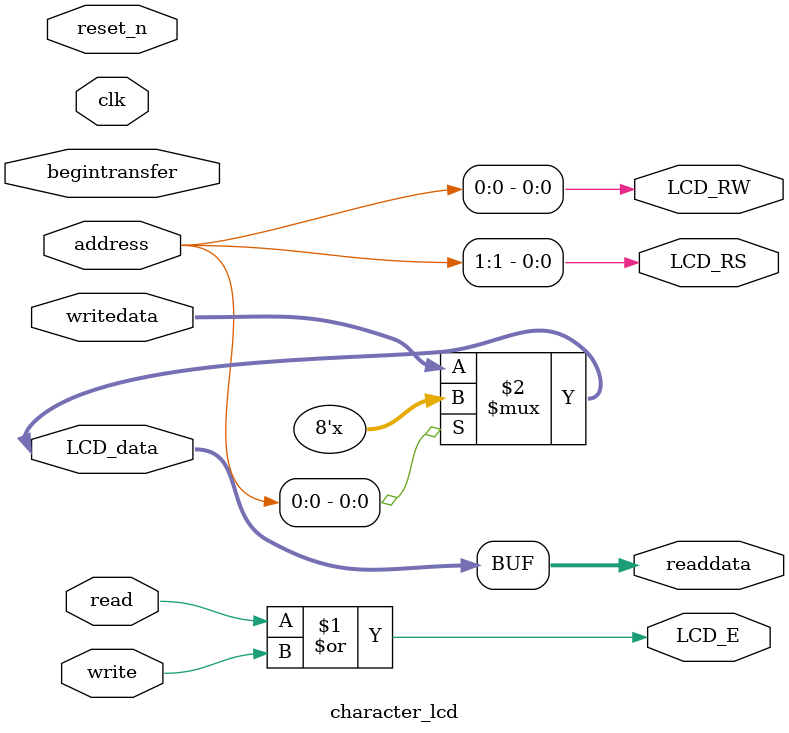
<source format=v>

`timescale 1ns / 1ps
// synthesis translate_on

// turn off superfluous verilog processor warnings 
// altera message_level Level1 
// altera message_off 10034 10035 10036 10037 10230 10240 10030 

module character_lcd (
                       // inputs:
                        address,
                        begintransfer,
                        clk,
                        read,
                        reset_n,
                        write,
                        writedata,

                       // outputs:
                        LCD_E,
                        LCD_RS,
                        LCD_RW,
                        LCD_data,
                        readdata
                     )
;

  output           LCD_E;
  output           LCD_RS;
  output           LCD_RW;
  inout   [  7: 0] LCD_data;
  output  [  7: 0] readdata;
  input   [  1: 0] address;
  input            begintransfer;
  input            clk;
  input            read;
  input            reset_n;
  input            write;
  input   [  7: 0] writedata;

  wire             LCD_E;
  wire             LCD_RS;
  wire             LCD_RW;
  wire    [  7: 0] LCD_data;
  wire    [  7: 0] readdata;
  assign LCD_RW = address[0];
  assign LCD_RS = address[1];
  assign LCD_E = read | write;
  assign LCD_data = (address[0]) ? 8'bz : writedata;
  assign readdata = LCD_data;
  //control_slave, which is an e_avalon_slave

endmodule


</source>
